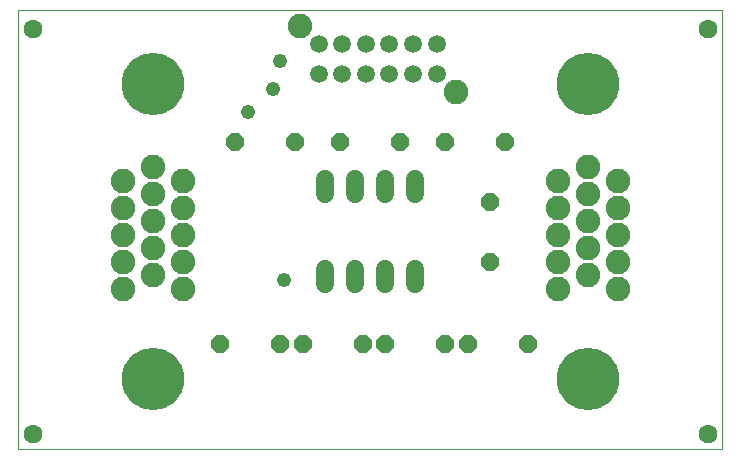
<source format=gts>
G75*
%MOIN*%
%OFA0B0*%
%FSLAX25Y25*%
%IPPOS*%
%LPD*%
%AMOC8*
5,1,8,0,0,1.08239X$1,22.5*
%
%ADD10C,0.00000*%
%ADD11C,0.06312*%
%ADD12C,0.06000*%
%ADD13C,0.08200*%
%ADD14C,0.20800*%
%ADD15OC8,0.06000*%
%ADD16C,0.05950*%
%ADD17C,0.08182*%
%ADD18C,0.04800*%
D10*
X0025955Y0001800D02*
X0025955Y0148001D01*
X0260876Y0148001D01*
X0260876Y0001800D01*
X0025955Y0001800D01*
X0028199Y0006800D02*
X0028201Y0006905D01*
X0028207Y0007010D01*
X0028217Y0007114D01*
X0028231Y0007218D01*
X0028249Y0007322D01*
X0028271Y0007424D01*
X0028296Y0007526D01*
X0028326Y0007627D01*
X0028359Y0007726D01*
X0028396Y0007824D01*
X0028437Y0007921D01*
X0028482Y0008016D01*
X0028530Y0008109D01*
X0028581Y0008201D01*
X0028637Y0008290D01*
X0028695Y0008377D01*
X0028757Y0008462D01*
X0028821Y0008545D01*
X0028889Y0008625D01*
X0028960Y0008702D01*
X0029034Y0008776D01*
X0029111Y0008848D01*
X0029190Y0008917D01*
X0029272Y0008982D01*
X0029356Y0009045D01*
X0029443Y0009104D01*
X0029532Y0009160D01*
X0029623Y0009213D01*
X0029716Y0009262D01*
X0029810Y0009307D01*
X0029906Y0009349D01*
X0030004Y0009387D01*
X0030103Y0009421D01*
X0030204Y0009452D01*
X0030305Y0009478D01*
X0030408Y0009501D01*
X0030511Y0009520D01*
X0030615Y0009535D01*
X0030719Y0009546D01*
X0030824Y0009553D01*
X0030929Y0009556D01*
X0031034Y0009555D01*
X0031139Y0009550D01*
X0031243Y0009541D01*
X0031347Y0009528D01*
X0031451Y0009511D01*
X0031554Y0009490D01*
X0031656Y0009465D01*
X0031757Y0009437D01*
X0031856Y0009404D01*
X0031955Y0009368D01*
X0032052Y0009328D01*
X0032147Y0009285D01*
X0032241Y0009237D01*
X0032333Y0009187D01*
X0032423Y0009133D01*
X0032511Y0009075D01*
X0032596Y0009014D01*
X0032679Y0008950D01*
X0032760Y0008883D01*
X0032838Y0008813D01*
X0032913Y0008739D01*
X0032985Y0008664D01*
X0033055Y0008585D01*
X0033121Y0008504D01*
X0033185Y0008420D01*
X0033245Y0008334D01*
X0033301Y0008246D01*
X0033355Y0008155D01*
X0033405Y0008063D01*
X0033451Y0007969D01*
X0033494Y0007873D01*
X0033533Y0007775D01*
X0033568Y0007677D01*
X0033599Y0007576D01*
X0033627Y0007475D01*
X0033651Y0007373D01*
X0033671Y0007270D01*
X0033687Y0007166D01*
X0033699Y0007062D01*
X0033707Y0006957D01*
X0033711Y0006852D01*
X0033711Y0006748D01*
X0033707Y0006643D01*
X0033699Y0006538D01*
X0033687Y0006434D01*
X0033671Y0006330D01*
X0033651Y0006227D01*
X0033627Y0006125D01*
X0033599Y0006024D01*
X0033568Y0005923D01*
X0033533Y0005825D01*
X0033494Y0005727D01*
X0033451Y0005631D01*
X0033405Y0005537D01*
X0033355Y0005445D01*
X0033301Y0005354D01*
X0033245Y0005266D01*
X0033185Y0005180D01*
X0033121Y0005096D01*
X0033055Y0005015D01*
X0032985Y0004936D01*
X0032913Y0004861D01*
X0032838Y0004787D01*
X0032760Y0004717D01*
X0032679Y0004650D01*
X0032596Y0004586D01*
X0032511Y0004525D01*
X0032423Y0004467D01*
X0032333Y0004413D01*
X0032241Y0004363D01*
X0032147Y0004315D01*
X0032052Y0004272D01*
X0031955Y0004232D01*
X0031856Y0004196D01*
X0031757Y0004163D01*
X0031656Y0004135D01*
X0031554Y0004110D01*
X0031451Y0004089D01*
X0031347Y0004072D01*
X0031243Y0004059D01*
X0031139Y0004050D01*
X0031034Y0004045D01*
X0030929Y0004044D01*
X0030824Y0004047D01*
X0030719Y0004054D01*
X0030615Y0004065D01*
X0030511Y0004080D01*
X0030408Y0004099D01*
X0030305Y0004122D01*
X0030204Y0004148D01*
X0030103Y0004179D01*
X0030004Y0004213D01*
X0029906Y0004251D01*
X0029810Y0004293D01*
X0029716Y0004338D01*
X0029623Y0004387D01*
X0029532Y0004440D01*
X0029443Y0004496D01*
X0029356Y0004555D01*
X0029272Y0004618D01*
X0029190Y0004683D01*
X0029111Y0004752D01*
X0029034Y0004824D01*
X0028960Y0004898D01*
X0028889Y0004975D01*
X0028821Y0005055D01*
X0028757Y0005138D01*
X0028695Y0005223D01*
X0028637Y0005310D01*
X0028581Y0005399D01*
X0028530Y0005491D01*
X0028482Y0005584D01*
X0028437Y0005679D01*
X0028396Y0005776D01*
X0028359Y0005874D01*
X0028326Y0005973D01*
X0028296Y0006074D01*
X0028271Y0006176D01*
X0028249Y0006278D01*
X0028231Y0006382D01*
X0028217Y0006486D01*
X0028207Y0006590D01*
X0028201Y0006695D01*
X0028199Y0006800D01*
X0253199Y0006800D02*
X0253201Y0006905D01*
X0253207Y0007010D01*
X0253217Y0007114D01*
X0253231Y0007218D01*
X0253249Y0007322D01*
X0253271Y0007424D01*
X0253296Y0007526D01*
X0253326Y0007627D01*
X0253359Y0007726D01*
X0253396Y0007824D01*
X0253437Y0007921D01*
X0253482Y0008016D01*
X0253530Y0008109D01*
X0253581Y0008201D01*
X0253637Y0008290D01*
X0253695Y0008377D01*
X0253757Y0008462D01*
X0253821Y0008545D01*
X0253889Y0008625D01*
X0253960Y0008702D01*
X0254034Y0008776D01*
X0254111Y0008848D01*
X0254190Y0008917D01*
X0254272Y0008982D01*
X0254356Y0009045D01*
X0254443Y0009104D01*
X0254532Y0009160D01*
X0254623Y0009213D01*
X0254716Y0009262D01*
X0254810Y0009307D01*
X0254906Y0009349D01*
X0255004Y0009387D01*
X0255103Y0009421D01*
X0255204Y0009452D01*
X0255305Y0009478D01*
X0255408Y0009501D01*
X0255511Y0009520D01*
X0255615Y0009535D01*
X0255719Y0009546D01*
X0255824Y0009553D01*
X0255929Y0009556D01*
X0256034Y0009555D01*
X0256139Y0009550D01*
X0256243Y0009541D01*
X0256347Y0009528D01*
X0256451Y0009511D01*
X0256554Y0009490D01*
X0256656Y0009465D01*
X0256757Y0009437D01*
X0256856Y0009404D01*
X0256955Y0009368D01*
X0257052Y0009328D01*
X0257147Y0009285D01*
X0257241Y0009237D01*
X0257333Y0009187D01*
X0257423Y0009133D01*
X0257511Y0009075D01*
X0257596Y0009014D01*
X0257679Y0008950D01*
X0257760Y0008883D01*
X0257838Y0008813D01*
X0257913Y0008739D01*
X0257985Y0008664D01*
X0258055Y0008585D01*
X0258121Y0008504D01*
X0258185Y0008420D01*
X0258245Y0008334D01*
X0258301Y0008246D01*
X0258355Y0008155D01*
X0258405Y0008063D01*
X0258451Y0007969D01*
X0258494Y0007873D01*
X0258533Y0007775D01*
X0258568Y0007677D01*
X0258599Y0007576D01*
X0258627Y0007475D01*
X0258651Y0007373D01*
X0258671Y0007270D01*
X0258687Y0007166D01*
X0258699Y0007062D01*
X0258707Y0006957D01*
X0258711Y0006852D01*
X0258711Y0006748D01*
X0258707Y0006643D01*
X0258699Y0006538D01*
X0258687Y0006434D01*
X0258671Y0006330D01*
X0258651Y0006227D01*
X0258627Y0006125D01*
X0258599Y0006024D01*
X0258568Y0005923D01*
X0258533Y0005825D01*
X0258494Y0005727D01*
X0258451Y0005631D01*
X0258405Y0005537D01*
X0258355Y0005445D01*
X0258301Y0005354D01*
X0258245Y0005266D01*
X0258185Y0005180D01*
X0258121Y0005096D01*
X0258055Y0005015D01*
X0257985Y0004936D01*
X0257913Y0004861D01*
X0257838Y0004787D01*
X0257760Y0004717D01*
X0257679Y0004650D01*
X0257596Y0004586D01*
X0257511Y0004525D01*
X0257423Y0004467D01*
X0257333Y0004413D01*
X0257241Y0004363D01*
X0257147Y0004315D01*
X0257052Y0004272D01*
X0256955Y0004232D01*
X0256856Y0004196D01*
X0256757Y0004163D01*
X0256656Y0004135D01*
X0256554Y0004110D01*
X0256451Y0004089D01*
X0256347Y0004072D01*
X0256243Y0004059D01*
X0256139Y0004050D01*
X0256034Y0004045D01*
X0255929Y0004044D01*
X0255824Y0004047D01*
X0255719Y0004054D01*
X0255615Y0004065D01*
X0255511Y0004080D01*
X0255408Y0004099D01*
X0255305Y0004122D01*
X0255204Y0004148D01*
X0255103Y0004179D01*
X0255004Y0004213D01*
X0254906Y0004251D01*
X0254810Y0004293D01*
X0254716Y0004338D01*
X0254623Y0004387D01*
X0254532Y0004440D01*
X0254443Y0004496D01*
X0254356Y0004555D01*
X0254272Y0004618D01*
X0254190Y0004683D01*
X0254111Y0004752D01*
X0254034Y0004824D01*
X0253960Y0004898D01*
X0253889Y0004975D01*
X0253821Y0005055D01*
X0253757Y0005138D01*
X0253695Y0005223D01*
X0253637Y0005310D01*
X0253581Y0005399D01*
X0253530Y0005491D01*
X0253482Y0005584D01*
X0253437Y0005679D01*
X0253396Y0005776D01*
X0253359Y0005874D01*
X0253326Y0005973D01*
X0253296Y0006074D01*
X0253271Y0006176D01*
X0253249Y0006278D01*
X0253231Y0006382D01*
X0253217Y0006486D01*
X0253207Y0006590D01*
X0253201Y0006695D01*
X0253199Y0006800D01*
X0253199Y0141800D02*
X0253201Y0141905D01*
X0253207Y0142010D01*
X0253217Y0142114D01*
X0253231Y0142218D01*
X0253249Y0142322D01*
X0253271Y0142424D01*
X0253296Y0142526D01*
X0253326Y0142627D01*
X0253359Y0142726D01*
X0253396Y0142824D01*
X0253437Y0142921D01*
X0253482Y0143016D01*
X0253530Y0143109D01*
X0253581Y0143201D01*
X0253637Y0143290D01*
X0253695Y0143377D01*
X0253757Y0143462D01*
X0253821Y0143545D01*
X0253889Y0143625D01*
X0253960Y0143702D01*
X0254034Y0143776D01*
X0254111Y0143848D01*
X0254190Y0143917D01*
X0254272Y0143982D01*
X0254356Y0144045D01*
X0254443Y0144104D01*
X0254532Y0144160D01*
X0254623Y0144213D01*
X0254716Y0144262D01*
X0254810Y0144307D01*
X0254906Y0144349D01*
X0255004Y0144387D01*
X0255103Y0144421D01*
X0255204Y0144452D01*
X0255305Y0144478D01*
X0255408Y0144501D01*
X0255511Y0144520D01*
X0255615Y0144535D01*
X0255719Y0144546D01*
X0255824Y0144553D01*
X0255929Y0144556D01*
X0256034Y0144555D01*
X0256139Y0144550D01*
X0256243Y0144541D01*
X0256347Y0144528D01*
X0256451Y0144511D01*
X0256554Y0144490D01*
X0256656Y0144465D01*
X0256757Y0144437D01*
X0256856Y0144404D01*
X0256955Y0144368D01*
X0257052Y0144328D01*
X0257147Y0144285D01*
X0257241Y0144237D01*
X0257333Y0144187D01*
X0257423Y0144133D01*
X0257511Y0144075D01*
X0257596Y0144014D01*
X0257679Y0143950D01*
X0257760Y0143883D01*
X0257838Y0143813D01*
X0257913Y0143739D01*
X0257985Y0143664D01*
X0258055Y0143585D01*
X0258121Y0143504D01*
X0258185Y0143420D01*
X0258245Y0143334D01*
X0258301Y0143246D01*
X0258355Y0143155D01*
X0258405Y0143063D01*
X0258451Y0142969D01*
X0258494Y0142873D01*
X0258533Y0142775D01*
X0258568Y0142677D01*
X0258599Y0142576D01*
X0258627Y0142475D01*
X0258651Y0142373D01*
X0258671Y0142270D01*
X0258687Y0142166D01*
X0258699Y0142062D01*
X0258707Y0141957D01*
X0258711Y0141852D01*
X0258711Y0141748D01*
X0258707Y0141643D01*
X0258699Y0141538D01*
X0258687Y0141434D01*
X0258671Y0141330D01*
X0258651Y0141227D01*
X0258627Y0141125D01*
X0258599Y0141024D01*
X0258568Y0140923D01*
X0258533Y0140825D01*
X0258494Y0140727D01*
X0258451Y0140631D01*
X0258405Y0140537D01*
X0258355Y0140445D01*
X0258301Y0140354D01*
X0258245Y0140266D01*
X0258185Y0140180D01*
X0258121Y0140096D01*
X0258055Y0140015D01*
X0257985Y0139936D01*
X0257913Y0139861D01*
X0257838Y0139787D01*
X0257760Y0139717D01*
X0257679Y0139650D01*
X0257596Y0139586D01*
X0257511Y0139525D01*
X0257423Y0139467D01*
X0257333Y0139413D01*
X0257241Y0139363D01*
X0257147Y0139315D01*
X0257052Y0139272D01*
X0256955Y0139232D01*
X0256856Y0139196D01*
X0256757Y0139163D01*
X0256656Y0139135D01*
X0256554Y0139110D01*
X0256451Y0139089D01*
X0256347Y0139072D01*
X0256243Y0139059D01*
X0256139Y0139050D01*
X0256034Y0139045D01*
X0255929Y0139044D01*
X0255824Y0139047D01*
X0255719Y0139054D01*
X0255615Y0139065D01*
X0255511Y0139080D01*
X0255408Y0139099D01*
X0255305Y0139122D01*
X0255204Y0139148D01*
X0255103Y0139179D01*
X0255004Y0139213D01*
X0254906Y0139251D01*
X0254810Y0139293D01*
X0254716Y0139338D01*
X0254623Y0139387D01*
X0254532Y0139440D01*
X0254443Y0139496D01*
X0254356Y0139555D01*
X0254272Y0139618D01*
X0254190Y0139683D01*
X0254111Y0139752D01*
X0254034Y0139824D01*
X0253960Y0139898D01*
X0253889Y0139975D01*
X0253821Y0140055D01*
X0253757Y0140138D01*
X0253695Y0140223D01*
X0253637Y0140310D01*
X0253581Y0140399D01*
X0253530Y0140491D01*
X0253482Y0140584D01*
X0253437Y0140679D01*
X0253396Y0140776D01*
X0253359Y0140874D01*
X0253326Y0140973D01*
X0253296Y0141074D01*
X0253271Y0141176D01*
X0253249Y0141278D01*
X0253231Y0141382D01*
X0253217Y0141486D01*
X0253207Y0141590D01*
X0253201Y0141695D01*
X0253199Y0141800D01*
X0028199Y0141800D02*
X0028201Y0141905D01*
X0028207Y0142010D01*
X0028217Y0142114D01*
X0028231Y0142218D01*
X0028249Y0142322D01*
X0028271Y0142424D01*
X0028296Y0142526D01*
X0028326Y0142627D01*
X0028359Y0142726D01*
X0028396Y0142824D01*
X0028437Y0142921D01*
X0028482Y0143016D01*
X0028530Y0143109D01*
X0028581Y0143201D01*
X0028637Y0143290D01*
X0028695Y0143377D01*
X0028757Y0143462D01*
X0028821Y0143545D01*
X0028889Y0143625D01*
X0028960Y0143702D01*
X0029034Y0143776D01*
X0029111Y0143848D01*
X0029190Y0143917D01*
X0029272Y0143982D01*
X0029356Y0144045D01*
X0029443Y0144104D01*
X0029532Y0144160D01*
X0029623Y0144213D01*
X0029716Y0144262D01*
X0029810Y0144307D01*
X0029906Y0144349D01*
X0030004Y0144387D01*
X0030103Y0144421D01*
X0030204Y0144452D01*
X0030305Y0144478D01*
X0030408Y0144501D01*
X0030511Y0144520D01*
X0030615Y0144535D01*
X0030719Y0144546D01*
X0030824Y0144553D01*
X0030929Y0144556D01*
X0031034Y0144555D01*
X0031139Y0144550D01*
X0031243Y0144541D01*
X0031347Y0144528D01*
X0031451Y0144511D01*
X0031554Y0144490D01*
X0031656Y0144465D01*
X0031757Y0144437D01*
X0031856Y0144404D01*
X0031955Y0144368D01*
X0032052Y0144328D01*
X0032147Y0144285D01*
X0032241Y0144237D01*
X0032333Y0144187D01*
X0032423Y0144133D01*
X0032511Y0144075D01*
X0032596Y0144014D01*
X0032679Y0143950D01*
X0032760Y0143883D01*
X0032838Y0143813D01*
X0032913Y0143739D01*
X0032985Y0143664D01*
X0033055Y0143585D01*
X0033121Y0143504D01*
X0033185Y0143420D01*
X0033245Y0143334D01*
X0033301Y0143246D01*
X0033355Y0143155D01*
X0033405Y0143063D01*
X0033451Y0142969D01*
X0033494Y0142873D01*
X0033533Y0142775D01*
X0033568Y0142677D01*
X0033599Y0142576D01*
X0033627Y0142475D01*
X0033651Y0142373D01*
X0033671Y0142270D01*
X0033687Y0142166D01*
X0033699Y0142062D01*
X0033707Y0141957D01*
X0033711Y0141852D01*
X0033711Y0141748D01*
X0033707Y0141643D01*
X0033699Y0141538D01*
X0033687Y0141434D01*
X0033671Y0141330D01*
X0033651Y0141227D01*
X0033627Y0141125D01*
X0033599Y0141024D01*
X0033568Y0140923D01*
X0033533Y0140825D01*
X0033494Y0140727D01*
X0033451Y0140631D01*
X0033405Y0140537D01*
X0033355Y0140445D01*
X0033301Y0140354D01*
X0033245Y0140266D01*
X0033185Y0140180D01*
X0033121Y0140096D01*
X0033055Y0140015D01*
X0032985Y0139936D01*
X0032913Y0139861D01*
X0032838Y0139787D01*
X0032760Y0139717D01*
X0032679Y0139650D01*
X0032596Y0139586D01*
X0032511Y0139525D01*
X0032423Y0139467D01*
X0032333Y0139413D01*
X0032241Y0139363D01*
X0032147Y0139315D01*
X0032052Y0139272D01*
X0031955Y0139232D01*
X0031856Y0139196D01*
X0031757Y0139163D01*
X0031656Y0139135D01*
X0031554Y0139110D01*
X0031451Y0139089D01*
X0031347Y0139072D01*
X0031243Y0139059D01*
X0031139Y0139050D01*
X0031034Y0139045D01*
X0030929Y0139044D01*
X0030824Y0139047D01*
X0030719Y0139054D01*
X0030615Y0139065D01*
X0030511Y0139080D01*
X0030408Y0139099D01*
X0030305Y0139122D01*
X0030204Y0139148D01*
X0030103Y0139179D01*
X0030004Y0139213D01*
X0029906Y0139251D01*
X0029810Y0139293D01*
X0029716Y0139338D01*
X0029623Y0139387D01*
X0029532Y0139440D01*
X0029443Y0139496D01*
X0029356Y0139555D01*
X0029272Y0139618D01*
X0029190Y0139683D01*
X0029111Y0139752D01*
X0029034Y0139824D01*
X0028960Y0139898D01*
X0028889Y0139975D01*
X0028821Y0140055D01*
X0028757Y0140138D01*
X0028695Y0140223D01*
X0028637Y0140310D01*
X0028581Y0140399D01*
X0028530Y0140491D01*
X0028482Y0140584D01*
X0028437Y0140679D01*
X0028396Y0140776D01*
X0028359Y0140874D01*
X0028326Y0140973D01*
X0028296Y0141074D01*
X0028271Y0141176D01*
X0028249Y0141278D01*
X0028231Y0141382D01*
X0028217Y0141486D01*
X0028207Y0141590D01*
X0028201Y0141695D01*
X0028199Y0141800D01*
D11*
X0030955Y0141800D03*
X0255955Y0141800D03*
X0255955Y0006800D03*
X0030955Y0006800D03*
D12*
X0128455Y0056700D02*
X0128455Y0061900D01*
X0138455Y0061900D02*
X0138455Y0056700D01*
X0148455Y0056700D02*
X0148455Y0061900D01*
X0158455Y0061900D02*
X0158455Y0056700D01*
X0158455Y0086700D02*
X0158455Y0091900D01*
X0148455Y0091900D02*
X0148455Y0086700D01*
X0138455Y0086700D02*
X0138455Y0091900D01*
X0128455Y0091900D02*
X0128455Y0086700D01*
D13*
X0080955Y0082292D03*
X0070955Y0086780D03*
X0060955Y0082292D03*
X0070955Y0077765D03*
X0060955Y0073276D03*
X0070955Y0068749D03*
X0060955Y0064261D03*
X0070955Y0059733D03*
X0060955Y0055245D03*
X0080955Y0055245D03*
X0080955Y0064261D03*
X0080955Y0073276D03*
X0080955Y0091308D03*
X0070955Y0095796D03*
X0060955Y0091308D03*
X0205955Y0091308D03*
X0215955Y0095796D03*
X0225955Y0091308D03*
X0215955Y0086780D03*
X0225955Y0082292D03*
X0215955Y0077765D03*
X0225955Y0073276D03*
X0215955Y0068749D03*
X0225955Y0064261D03*
X0215955Y0059733D03*
X0225955Y0055245D03*
X0205955Y0055245D03*
X0205955Y0064261D03*
X0205955Y0073276D03*
X0205955Y0082292D03*
D14*
X0215955Y0123513D03*
X0070955Y0123513D03*
X0070955Y0025087D03*
X0215955Y0025087D03*
D15*
X0195955Y0036800D03*
X0175955Y0036800D03*
X0168455Y0036800D03*
X0148455Y0036800D03*
X0140955Y0036800D03*
X0120955Y0036800D03*
X0113455Y0036800D03*
X0093455Y0036800D03*
X0183455Y0064300D03*
X0183455Y0084300D03*
X0188455Y0104300D03*
X0168455Y0104300D03*
X0153455Y0104300D03*
X0133455Y0104300D03*
X0118455Y0104300D03*
X0098455Y0104300D03*
D16*
X0126270Y0126879D03*
X0134144Y0126879D03*
X0142018Y0126879D03*
X0149892Y0126879D03*
X0157766Y0126879D03*
X0165640Y0126879D03*
X0165640Y0136721D03*
X0157766Y0136721D03*
X0149892Y0136721D03*
X0142018Y0136721D03*
X0134144Y0136721D03*
X0126270Y0136721D03*
D17*
X0119971Y0142824D03*
X0171939Y0120776D03*
D18*
X0113455Y0131175D03*
X0110955Y0121800D03*
X0102830Y0114300D03*
X0114705Y0058050D03*
M02*

</source>
